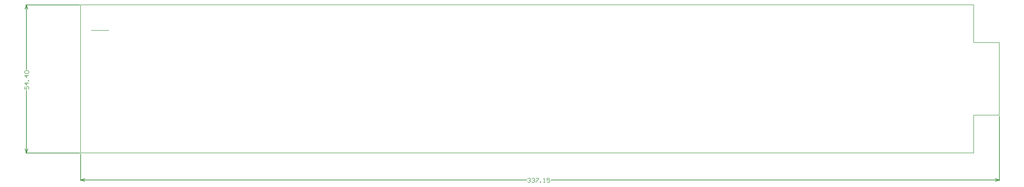
<source format=gm1>
G04*
G04 #@! TF.GenerationSoftware,Altium Limited,Altium Designer,18.1.9 (240)*
G04*
G04 Layer_Color=16711935*
%FSLAX42Y42*%
%MOMM*%
G71*
G01*
G75*
%ADD13C,0.25*%
%ADD14C,0.20*%
%ADD104C,0.15*%
D13*
X10000Y9005D02*
X10152Y9056D01*
X10000Y9005D02*
X10152Y8954D01*
X43563D02*
X43715Y9005D01*
X43563Y9056D02*
X43715Y9005D01*
X10000D02*
X26370D01*
X27264D02*
X43715D01*
X10000Y8980D02*
Y9965D01*
X43715Y8980D02*
Y11350D01*
X8010Y15440D02*
X8061Y15288D01*
X7959D02*
X8010Y15440D01*
X7959Y10152D02*
X8010Y10000D01*
X8061Y10152D01*
X8010Y13063D02*
Y15440D01*
Y10000D02*
Y12296D01*
X7985Y15440D02*
X9965D01*
X7985Y10000D02*
X9965D01*
D14*
X43715Y11385D02*
Y14055D01*
X42775D02*
X43715D01*
X42775Y11385D02*
X43715D01*
X42775Y10000D02*
Y11385D01*
Y14055D02*
Y15440D01*
X10400Y14500D02*
X11040D01*
X10000Y15440D02*
X42775D01*
X10000Y10000D02*
X42775D01*
X10000D02*
Y15440D01*
D104*
X26411Y9041D02*
X26436Y9066D01*
X26487D01*
X26512Y9041D01*
Y9015D01*
X26487Y8990D01*
X26461D01*
X26487D01*
X26512Y8964D01*
Y8939D01*
X26487Y8914D01*
X26436D01*
X26411Y8939D01*
X26563Y9041D02*
X26588Y9066D01*
X26639D01*
X26665Y9041D01*
Y9015D01*
X26639Y8990D01*
X26614D01*
X26639D01*
X26665Y8964D01*
Y8939D01*
X26639Y8914D01*
X26588D01*
X26563Y8939D01*
X26715Y9066D02*
X26817D01*
Y9041D01*
X26715Y8939D01*
Y8914D01*
X26868D02*
Y8939D01*
X26893D01*
Y8914D01*
X26868D01*
X26995D02*
X27045D01*
X27020D01*
Y9066D01*
X26995Y9041D01*
X27223Y9066D02*
X27122D01*
Y8990D01*
X27172Y9015D01*
X27198D01*
X27223Y8990D01*
Y8939D01*
X27198Y8914D01*
X27147D01*
X27122Y8939D01*
X7949Y12438D02*
Y12337D01*
X8025D01*
X8000Y12387D01*
Y12413D01*
X8025Y12438D01*
X8076D01*
X8101Y12413D01*
Y12362D01*
X8076Y12337D01*
X8101Y12565D02*
X7949D01*
X8025Y12489D01*
Y12590D01*
X8101Y12641D02*
X8076D01*
Y12667D01*
X8101D01*
Y12641D01*
Y12844D02*
X7949D01*
X8025Y12768D01*
Y12870D01*
X7974Y12921D02*
X7949Y12946D01*
Y12997D01*
X7974Y13022D01*
X8076D01*
X8101Y12997D01*
Y12946D01*
X8076Y12921D01*
X7974D01*
M02*

</source>
